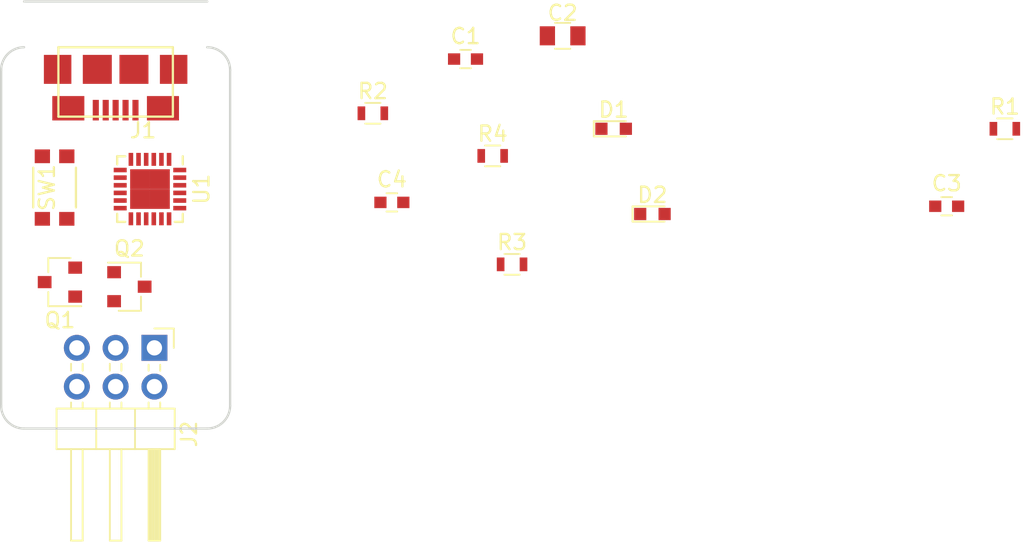
<source format=kicad_pcb>
(kicad_pcb (version 4) (host pcbnew 4.0.7)

  (general
    (links 45)
    (no_connects 45)
    (area 142.424999 74.924999 157.575001 100.075001)
    (thickness 1.6)
    (drawings 8)
    (tracks 0)
    (zones 0)
    (modules 16)
    (nets 31)
  )

  (page A4)
  (layers
    (0 F.Cu signal)
    (31 B.Cu signal)
    (32 B.Adhes user hide)
    (33 F.Adhes user hide)
    (34 B.Paste user hide)
    (35 F.Paste user hide)
    (36 B.SilkS user hide)
    (37 F.SilkS user)
    (38 B.Mask user hide)
    (39 F.Mask user hide)
    (40 Dwgs.User user hide)
    (41 Cmts.User user hide)
    (42 Eco1.User user hide)
    (43 Eco2.User user hide)
    (44 Edge.Cuts user)
    (45 Margin user hide)
    (46 B.CrtYd user hide)
    (47 F.CrtYd user hide)
    (48 B.Fab user hide)
    (49 F.Fab user hide)
  )

  (setup
    (last_trace_width 0.25)
    (trace_clearance 0.2)
    (zone_clearance 0.508)
    (zone_45_only no)
    (trace_min 0.2)
    (segment_width 0.2)
    (edge_width 0.15)
    (via_size 0.6)
    (via_drill 0.4)
    (via_min_size 0.4)
    (via_min_drill 0.3)
    (uvia_size 0.3)
    (uvia_drill 0.1)
    (uvias_allowed no)
    (uvia_min_size 0.2)
    (uvia_min_drill 0.1)
    (pcb_text_width 0.3)
    (pcb_text_size 1.5 1.5)
    (mod_edge_width 0.15)
    (mod_text_size 1 1)
    (mod_text_width 0.15)
    (pad_size 1.524 1.524)
    (pad_drill 0.762)
    (pad_to_mask_clearance 0.2)
    (aux_axis_origin 0 0)
    (grid_origin 150 100)
    (visible_elements 7FFFFFFF)
    (pcbplotparams
      (layerselection 0x00030_80000001)
      (usegerberextensions false)
      (excludeedgelayer true)
      (linewidth 0.100000)
      (plotframeref false)
      (viasonmask false)
      (mode 1)
      (useauxorigin false)
      (hpglpennumber 1)
      (hpglpenspeed 20)
      (hpglpendiameter 15)
      (hpglpenoverlay 2)
      (psnegative false)
      (psa4output false)
      (plotreference true)
      (plotvalue true)
      (plotinvisibletext false)
      (padsonsilk false)
      (subtractmaskfromsilk false)
      (outputformat 1)
      (mirror false)
      (drillshape 1)
      (scaleselection 1)
      (outputdirectory ""))
  )

  (net 0 "")
  (net 1 GND)
  (net 2 +3V3)
  (net 3 +5V)
  (net 4 "Net-(C4-Pad1)")
  (net 5 "Net-(D1-Pad2)")
  (net 6 "Net-(D1-Pad1)")
  (net 7 "Net-(D2-Pad2)")
  (net 8 "Net-(D2-Pad1)")
  (net 9 "Net-(J1-Pad2)")
  (net 10 "Net-(J1-Pad3)")
  (net 11 "Net-(J1-Pad4)")
  (net 12 "Net-(J1-Pad6)")
  (net 13 /TXD)
  (net 14 /RESET)
  (net 15 /RXD)
  (net 16 /GPIO0)
  (net 17 "Net-(Q1-Pad1)")
  (net 18 /DTR)
  (net 19 "Net-(Q2-Pad1)")
  (net 20 /RTS)
  (net 21 "Net-(U1-Pad1)")
  (net 22 "Net-(U1-Pad9)")
  (net 23 "Net-(U1-Pad10)")
  (net 24 "Net-(U1-Pad11)")
  (net 25 "Net-(U1-Pad12)")
  (net 26 "Net-(U1-Pad15)")
  (net 27 "Net-(U1-Pad17)")
  (net 28 "Net-(U1-Pad18)")
  (net 29 "Net-(U1-Pad22)")
  (net 30 "Net-(U1-Pad24)")

  (net_class Default "This is the default net class."
    (clearance 0.2)
    (trace_width 0.25)
    (via_dia 0.6)
    (via_drill 0.4)
    (uvia_dia 0.3)
    (uvia_drill 0.1)
    (add_net +3V3)
    (add_net +5V)
    (add_net /DTR)
    (add_net /GPIO0)
    (add_net /RESET)
    (add_net /RTS)
    (add_net /RXD)
    (add_net /TXD)
    (add_net GND)
    (add_net "Net-(C4-Pad1)")
    (add_net "Net-(D1-Pad1)")
    (add_net "Net-(D1-Pad2)")
    (add_net "Net-(D2-Pad1)")
    (add_net "Net-(D2-Pad2)")
    (add_net "Net-(J1-Pad2)")
    (add_net "Net-(J1-Pad3)")
    (add_net "Net-(J1-Pad4)")
    (add_net "Net-(J1-Pad6)")
    (add_net "Net-(Q1-Pad1)")
    (add_net "Net-(Q2-Pad1)")
    (add_net "Net-(U1-Pad1)")
    (add_net "Net-(U1-Pad10)")
    (add_net "Net-(U1-Pad11)")
    (add_net "Net-(U1-Pad12)")
    (add_net "Net-(U1-Pad15)")
    (add_net "Net-(U1-Pad17)")
    (add_net "Net-(U1-Pad18)")
    (add_net "Net-(U1-Pad22)")
    (add_net "Net-(U1-Pad24)")
    (add_net "Net-(U1-Pad9)")
  )

  (module Capacitors_SMD:C_0603 (layer F.Cu) (tedit 59958EE7) (tstamp 5A47F823)
    (at 172.922 75.774)
    (descr "Capacitor SMD 0603, reflow soldering, AVX (see smccp.pdf)")
    (tags "capacitor 0603")
    (path /5A471441)
    (attr smd)
    (fp_text reference C1 (at 0 -1.5) (layer F.SilkS)
      (effects (font (size 1 1) (thickness 0.15)))
    )
    (fp_text value 1u (at 0 1.5) (layer F.Fab)
      (effects (font (size 1 1) (thickness 0.15)))
    )
    (fp_line (start 1.4 0.65) (end -1.4 0.65) (layer F.CrtYd) (width 0.05))
    (fp_line (start 1.4 0.65) (end 1.4 -0.65) (layer F.CrtYd) (width 0.05))
    (fp_line (start -1.4 -0.65) (end -1.4 0.65) (layer F.CrtYd) (width 0.05))
    (fp_line (start -1.4 -0.65) (end 1.4 -0.65) (layer F.CrtYd) (width 0.05))
    (fp_line (start 0.35 0.6) (end -0.35 0.6) (layer F.SilkS) (width 0.12))
    (fp_line (start -0.35 -0.6) (end 0.35 -0.6) (layer F.SilkS) (width 0.12))
    (fp_line (start -0.8 -0.4) (end 0.8 -0.4) (layer F.Fab) (width 0.1))
    (fp_line (start 0.8 -0.4) (end 0.8 0.4) (layer F.Fab) (width 0.1))
    (fp_line (start 0.8 0.4) (end -0.8 0.4) (layer F.Fab) (width 0.1))
    (fp_line (start -0.8 0.4) (end -0.8 -0.4) (layer F.Fab) (width 0.1))
    (fp_text user %R (at 0 0) (layer F.Fab)
      (effects (font (size 0.3 0.3) (thickness 0.075)))
    )
    (pad 2 smd rect (at 0.75 0) (size 0.8 0.75) (layers F.Cu F.Paste F.Mask)
      (net 1 GND))
    (pad 1 smd rect (at -0.75 0) (size 0.8 0.75) (layers F.Cu F.Paste F.Mask)
      (net 2 +3V3))
    (model Capacitors_SMD.3dshapes/C_0603.wrl
      (at (xyz 0 0 0))
      (scale (xyz 1 1 1))
      (rotate (xyz 0 0 0))
    )
  )

  (module Capacitors_SMD:C_0805 (layer F.Cu) (tedit 58AA8463) (tstamp 5A47F829)
    (at 179.284 74.25)
    (descr "Capacitor SMD 0805, reflow soldering, AVX (see smccp.pdf)")
    (tags "capacitor 0805")
    (path /5A475B80)
    (attr smd)
    (fp_text reference C2 (at 0 -1.5) (layer F.SilkS)
      (effects (font (size 1 1) (thickness 0.15)))
    )
    (fp_text value 10u (at 0 1.75) (layer F.Fab)
      (effects (font (size 1 1) (thickness 0.15)))
    )
    (fp_text user %R (at 0 -1.5) (layer F.Fab)
      (effects (font (size 1 1) (thickness 0.15)))
    )
    (fp_line (start -1 0.62) (end -1 -0.62) (layer F.Fab) (width 0.1))
    (fp_line (start 1 0.62) (end -1 0.62) (layer F.Fab) (width 0.1))
    (fp_line (start 1 -0.62) (end 1 0.62) (layer F.Fab) (width 0.1))
    (fp_line (start -1 -0.62) (end 1 -0.62) (layer F.Fab) (width 0.1))
    (fp_line (start 0.5 -0.85) (end -0.5 -0.85) (layer F.SilkS) (width 0.12))
    (fp_line (start -0.5 0.85) (end 0.5 0.85) (layer F.SilkS) (width 0.12))
    (fp_line (start -1.75 -0.88) (end 1.75 -0.88) (layer F.CrtYd) (width 0.05))
    (fp_line (start -1.75 -0.88) (end -1.75 0.87) (layer F.CrtYd) (width 0.05))
    (fp_line (start 1.75 0.87) (end 1.75 -0.88) (layer F.CrtYd) (width 0.05))
    (fp_line (start 1.75 0.87) (end -1.75 0.87) (layer F.CrtYd) (width 0.05))
    (pad 1 smd rect (at -1 0) (size 1 1.25) (layers F.Cu F.Paste F.Mask)
      (net 2 +3V3))
    (pad 2 smd rect (at 1 0) (size 1 1.25) (layers F.Cu F.Paste F.Mask)
      (net 1 GND))
    (model Capacitors_SMD.3dshapes/C_0805.wrl
      (at (xyz 0 0 0))
      (scale (xyz 1 1 1))
      (rotate (xyz 0 0 0))
    )
  )

  (module Capacitors_SMD:C_0603 (layer F.Cu) (tedit 59958EE7) (tstamp 5A47F82F)
    (at 204.442 85.426)
    (descr "Capacitor SMD 0603, reflow soldering, AVX (see smccp.pdf)")
    (tags "capacitor 0603")
    (path /5A4714B2)
    (attr smd)
    (fp_text reference C3 (at 0 -1.5) (layer F.SilkS)
      (effects (font (size 1 1) (thickness 0.15)))
    )
    (fp_text value 1u (at 0 1.5) (layer F.Fab)
      (effects (font (size 1 1) (thickness 0.15)))
    )
    (fp_line (start 1.4 0.65) (end -1.4 0.65) (layer F.CrtYd) (width 0.05))
    (fp_line (start 1.4 0.65) (end 1.4 -0.65) (layer F.CrtYd) (width 0.05))
    (fp_line (start -1.4 -0.65) (end -1.4 0.65) (layer F.CrtYd) (width 0.05))
    (fp_line (start -1.4 -0.65) (end 1.4 -0.65) (layer F.CrtYd) (width 0.05))
    (fp_line (start 0.35 0.6) (end -0.35 0.6) (layer F.SilkS) (width 0.12))
    (fp_line (start -0.35 -0.6) (end 0.35 -0.6) (layer F.SilkS) (width 0.12))
    (fp_line (start -0.8 -0.4) (end 0.8 -0.4) (layer F.Fab) (width 0.1))
    (fp_line (start 0.8 -0.4) (end 0.8 0.4) (layer F.Fab) (width 0.1))
    (fp_line (start 0.8 0.4) (end -0.8 0.4) (layer F.Fab) (width 0.1))
    (fp_line (start -0.8 0.4) (end -0.8 -0.4) (layer F.Fab) (width 0.1))
    (fp_text user %R (at 0 0) (layer F.Fab)
      (effects (font (size 0.3 0.3) (thickness 0.075)))
    )
    (pad 2 smd rect (at 0.75 0) (size 0.8 0.75) (layers F.Cu F.Paste F.Mask)
      (net 1 GND))
    (pad 1 smd rect (at -0.75 0) (size 0.8 0.75) (layers F.Cu F.Paste F.Mask)
      (net 3 +5V))
    (model Capacitors_SMD.3dshapes/C_0603.wrl
      (at (xyz 0 0 0))
      (scale (xyz 1 1 1))
      (rotate (xyz 0 0 0))
    )
  )

  (module Capacitors_SMD:C_0603 (layer F.Cu) (tedit 59958EE7) (tstamp 5A47F835)
    (at 168.096 85.172)
    (descr "Capacitor SMD 0603, reflow soldering, AVX (see smccp.pdf)")
    (tags "capacitor 0603")
    (path /5A47628A)
    (attr smd)
    (fp_text reference C4 (at 0 -1.5) (layer F.SilkS)
      (effects (font (size 1 1) (thickness 0.15)))
    )
    (fp_text value 4.7u (at 0 1.5) (layer F.Fab)
      (effects (font (size 1 1) (thickness 0.15)))
    )
    (fp_line (start 1.4 0.65) (end -1.4 0.65) (layer F.CrtYd) (width 0.05))
    (fp_line (start 1.4 0.65) (end 1.4 -0.65) (layer F.CrtYd) (width 0.05))
    (fp_line (start -1.4 -0.65) (end -1.4 0.65) (layer F.CrtYd) (width 0.05))
    (fp_line (start -1.4 -0.65) (end 1.4 -0.65) (layer F.CrtYd) (width 0.05))
    (fp_line (start 0.35 0.6) (end -0.35 0.6) (layer F.SilkS) (width 0.12))
    (fp_line (start -0.35 -0.6) (end 0.35 -0.6) (layer F.SilkS) (width 0.12))
    (fp_line (start -0.8 -0.4) (end 0.8 -0.4) (layer F.Fab) (width 0.1))
    (fp_line (start 0.8 -0.4) (end 0.8 0.4) (layer F.Fab) (width 0.1))
    (fp_line (start 0.8 0.4) (end -0.8 0.4) (layer F.Fab) (width 0.1))
    (fp_line (start -0.8 0.4) (end -0.8 -0.4) (layer F.Fab) (width 0.1))
    (fp_text user %R (at 0 0) (layer F.Fab)
      (effects (font (size 0.3 0.3) (thickness 0.075)))
    )
    (pad 2 smd rect (at 0.75 0) (size 0.8 0.75) (layers F.Cu F.Paste F.Mask)
      (net 1 GND))
    (pad 1 smd rect (at -0.75 0) (size 0.8 0.75) (layers F.Cu F.Paste F.Mask)
      (net 4 "Net-(C4-Pad1)"))
    (model Capacitors_SMD.3dshapes/C_0603.wrl
      (at (xyz 0 0 0))
      (scale (xyz 1 1 1))
      (rotate (xyz 0 0 0))
    )
  )

  (module LEDs:LED_0603 (layer F.Cu) (tedit 57FE93A5) (tstamp 5A47F83B)
    (at 182.624 80.346)
    (descr "LED 0603 smd package")
    (tags "LED led 0603 SMD smd SMT smt smdled SMDLED smtled SMTLED")
    (path /5A473E38)
    (attr smd)
    (fp_text reference D1 (at 0 -1.25) (layer F.SilkS)
      (effects (font (size 1 1) (thickness 0.15)))
    )
    (fp_text value RED (at 0 1.35) (layer F.Fab)
      (effects (font (size 1 1) (thickness 0.15)))
    )
    (fp_line (start -1.3 -0.5) (end -1.3 0.5) (layer F.SilkS) (width 0.12))
    (fp_line (start -0.2 -0.2) (end -0.2 0.2) (layer F.Fab) (width 0.1))
    (fp_line (start -0.15 0) (end 0.15 -0.2) (layer F.Fab) (width 0.1))
    (fp_line (start 0.15 0.2) (end -0.15 0) (layer F.Fab) (width 0.1))
    (fp_line (start 0.15 -0.2) (end 0.15 0.2) (layer F.Fab) (width 0.1))
    (fp_line (start 0.8 0.4) (end -0.8 0.4) (layer F.Fab) (width 0.1))
    (fp_line (start 0.8 -0.4) (end 0.8 0.4) (layer F.Fab) (width 0.1))
    (fp_line (start -0.8 -0.4) (end 0.8 -0.4) (layer F.Fab) (width 0.1))
    (fp_line (start -0.8 0.4) (end -0.8 -0.4) (layer F.Fab) (width 0.1))
    (fp_line (start -1.3 0.5) (end 0.8 0.5) (layer F.SilkS) (width 0.12))
    (fp_line (start -1.3 -0.5) (end 0.8 -0.5) (layer F.SilkS) (width 0.12))
    (fp_line (start 1.45 -0.65) (end 1.45 0.65) (layer F.CrtYd) (width 0.05))
    (fp_line (start 1.45 0.65) (end -1.45 0.65) (layer F.CrtYd) (width 0.05))
    (fp_line (start -1.45 0.65) (end -1.45 -0.65) (layer F.CrtYd) (width 0.05))
    (fp_line (start -1.45 -0.65) (end 1.45 -0.65) (layer F.CrtYd) (width 0.05))
    (pad 2 smd rect (at 0.8 0 180) (size 0.8 0.8) (layers F.Cu F.Paste F.Mask)
      (net 5 "Net-(D1-Pad2)"))
    (pad 1 smd rect (at -0.8 0 180) (size 0.8 0.8) (layers F.Cu F.Paste F.Mask)
      (net 6 "Net-(D1-Pad1)"))
    (model ${KISYS3DMOD}/LEDs.3dshapes/LED_0603.wrl
      (at (xyz 0 0 0))
      (scale (xyz 1 1 1))
      (rotate (xyz 0 0 180))
    )
  )

  (module LEDs:LED_0603 (layer F.Cu) (tedit 57FE93A5) (tstamp 5A47F841)
    (at 185.164 85.934)
    (descr "LED 0603 smd package")
    (tags "LED led 0603 SMD smd SMT smt smdled SMDLED smtled SMTLED")
    (path /5A473ED5)
    (attr smd)
    (fp_text reference D2 (at 0 -1.25) (layer F.SilkS)
      (effects (font (size 1 1) (thickness 0.15)))
    )
    (fp_text value GRN (at 0 1.35) (layer F.Fab)
      (effects (font (size 1 1) (thickness 0.15)))
    )
    (fp_line (start -1.3 -0.5) (end -1.3 0.5) (layer F.SilkS) (width 0.12))
    (fp_line (start -0.2 -0.2) (end -0.2 0.2) (layer F.Fab) (width 0.1))
    (fp_line (start -0.15 0) (end 0.15 -0.2) (layer F.Fab) (width 0.1))
    (fp_line (start 0.15 0.2) (end -0.15 0) (layer F.Fab) (width 0.1))
    (fp_line (start 0.15 -0.2) (end 0.15 0.2) (layer F.Fab) (width 0.1))
    (fp_line (start 0.8 0.4) (end -0.8 0.4) (layer F.Fab) (width 0.1))
    (fp_line (start 0.8 -0.4) (end 0.8 0.4) (layer F.Fab) (width 0.1))
    (fp_line (start -0.8 -0.4) (end 0.8 -0.4) (layer F.Fab) (width 0.1))
    (fp_line (start -0.8 0.4) (end -0.8 -0.4) (layer F.Fab) (width 0.1))
    (fp_line (start -1.3 0.5) (end 0.8 0.5) (layer F.SilkS) (width 0.12))
    (fp_line (start -1.3 -0.5) (end 0.8 -0.5) (layer F.SilkS) (width 0.12))
    (fp_line (start 1.45 -0.65) (end 1.45 0.65) (layer F.CrtYd) (width 0.05))
    (fp_line (start 1.45 0.65) (end -1.45 0.65) (layer F.CrtYd) (width 0.05))
    (fp_line (start -1.45 0.65) (end -1.45 -0.65) (layer F.CrtYd) (width 0.05))
    (fp_line (start -1.45 -0.65) (end 1.45 -0.65) (layer F.CrtYd) (width 0.05))
    (pad 2 smd rect (at 0.8 0 180) (size 0.8 0.8) (layers F.Cu F.Paste F.Mask)
      (net 7 "Net-(D2-Pad2)"))
    (pad 1 smd rect (at -0.8 0 180) (size 0.8 0.8) (layers F.Cu F.Paste F.Mask)
      (net 8 "Net-(D2-Pad1)"))
    (model ${KISYS3DMOD}/LEDs.3dshapes/LED_0603.wrl
      (at (xyz 0 0 0))
      (scale (xyz 1 1 1))
      (rotate (xyz 0 0 180))
    )
  )

  (module footprint:10118192 (layer F.Cu) (tedit 58BAE647) (tstamp 5A47F854)
    (at 150 75 180)
    (path /5A4710DF)
    (fp_text reference J1 (at -1.8 -5.45 180) (layer F.SilkS)
      (effects (font (size 1 1) (thickness 0.15)))
    )
    (fp_text value USB_OTG (at 0 -1.95 180) (layer F.Fab) hide
      (effects (font (size 1 1) (thickness 0.15)))
    )
    (fp_line (start -3.75 0) (end -3.75 -4.55) (layer F.SilkS) (width 0.15))
    (fp_line (start 3.75 -4.55) (end 3.75 0) (layer F.SilkS) (width 0.15))
    (fp_line (start -3.75 0) (end 3.75 0) (layer F.SilkS) (width 0.15))
    (fp_line (start 3.75 -4.55) (end -3.75 -4.55) (layer F.SilkS) (width 0.15))
    (pad 1 smd rect (at -1.3 -4.125 180) (size 0.4 1.35) (layers F.Cu F.Paste F.Mask)
      (net 3 +5V))
    (pad 2 smd rect (at -0.65 -4.125 180) (size 0.4 1.35) (layers F.Cu F.Paste F.Mask)
      (net 9 "Net-(J1-Pad2)"))
    (pad 3 smd rect (at 0 -4.125 180) (size 0.4 1.35) (layers F.Cu F.Paste F.Mask)
      (net 10 "Net-(J1-Pad3)"))
    (pad 4 smd rect (at 0.65 -4.125 180) (size 0.4 1.35) (layers F.Cu F.Paste F.Mask)
      (net 11 "Net-(J1-Pad4)"))
    (pad 5 smd rect (at 1.3 -4.125 180) (size 0.4 1.35) (layers F.Cu F.Paste F.Mask)
      (net 1 GND))
    (pad 6 smd rect (at -3.1 -4 180) (size 2.1 1.6) (layers F.Cu F.Paste F.Mask)
      (net 12 "Net-(J1-Pad6)"))
    (pad 6 smd rect (at 3.1 -4 180) (size 2.1 1.6) (layers F.Cu F.Paste F.Mask)
      (net 12 "Net-(J1-Pad6)"))
    (pad 6 smd rect (at -3.8 -1.45 180) (size 1.8 1.9) (layers F.Cu F.Paste F.Mask)
      (net 12 "Net-(J1-Pad6)"))
    (pad 6 smd rect (at 3.8 -1.45 180) (size 1.8 1.9) (layers F.Cu F.Paste F.Mask)
      (net 12 "Net-(J1-Pad6)"))
    (pad 6 smd rect (at -1.2 -1.45 180) (size 1.9 1.9) (layers F.Cu F.Paste F.Mask)
      (net 12 "Net-(J1-Pad6)"))
    (pad 6 smd rect (at 1.2 -1.45 180) (size 1.9 1.9) (layers F.Cu F.Paste F.Mask)
      (net 12 "Net-(J1-Pad6)"))
  )

  (module Pin_Headers:Pin_Header_Angled_2x03_Pitch2.54mm (layer F.Cu) (tedit 59650532) (tstamp 5A47F89D)
    (at 152.54 94.71 270)
    (descr "Through hole angled pin header, 2x03, 2.54mm pitch, 6mm pin length, double rows")
    (tags "Through hole angled pin header THT 2x03 2.54mm double row")
    (path /5A47BEAC)
    (fp_text reference J2 (at 5.655 -2.27 270) (layer F.SilkS)
      (effects (font (size 1 1) (thickness 0.15)))
    )
    (fp_text value Conn_02x03_Odd_Even (at 5.655 7.35 270) (layer F.Fab)
      (effects (font (size 1 1) (thickness 0.15)))
    )
    (fp_line (start 4.675 -1.27) (end 6.58 -1.27) (layer F.Fab) (width 0.1))
    (fp_line (start 6.58 -1.27) (end 6.58 6.35) (layer F.Fab) (width 0.1))
    (fp_line (start 6.58 6.35) (end 4.04 6.35) (layer F.Fab) (width 0.1))
    (fp_line (start 4.04 6.35) (end 4.04 -0.635) (layer F.Fab) (width 0.1))
    (fp_line (start 4.04 -0.635) (end 4.675 -1.27) (layer F.Fab) (width 0.1))
    (fp_line (start -0.32 -0.32) (end 4.04 -0.32) (layer F.Fab) (width 0.1))
    (fp_line (start -0.32 -0.32) (end -0.32 0.32) (layer F.Fab) (width 0.1))
    (fp_line (start -0.32 0.32) (end 4.04 0.32) (layer F.Fab) (width 0.1))
    (fp_line (start 6.58 -0.32) (end 12.58 -0.32) (layer F.Fab) (width 0.1))
    (fp_line (start 12.58 -0.32) (end 12.58 0.32) (layer F.Fab) (width 0.1))
    (fp_line (start 6.58 0.32) (end 12.58 0.32) (layer F.Fab) (width 0.1))
    (fp_line (start -0.32 2.22) (end 4.04 2.22) (layer F.Fab) (width 0.1))
    (fp_line (start -0.32 2.22) (end -0.32 2.86) (layer F.Fab) (width 0.1))
    (fp_line (start -0.32 2.86) (end 4.04 2.86) (layer F.Fab) (width 0.1))
    (fp_line (start 6.58 2.22) (end 12.58 2.22) (layer F.Fab) (width 0.1))
    (fp_line (start 12.58 2.22) (end 12.58 2.86) (layer F.Fab) (width 0.1))
    (fp_line (start 6.58 2.86) (end 12.58 2.86) (layer F.Fab) (width 0.1))
    (fp_line (start -0.32 4.76) (end 4.04 4.76) (layer F.Fab) (width 0.1))
    (fp_line (start -0.32 4.76) (end -0.32 5.4) (layer F.Fab) (width 0.1))
    (fp_line (start -0.32 5.4) (end 4.04 5.4) (layer F.Fab) (width 0.1))
    (fp_line (start 6.58 4.76) (end 12.58 4.76) (layer F.Fab) (width 0.1))
    (fp_line (start 12.58 4.76) (end 12.58 5.4) (layer F.Fab) (width 0.1))
    (fp_line (start 6.58 5.4) (end 12.58 5.4) (layer F.Fab) (width 0.1))
    (fp_line (start 3.98 -1.33) (end 3.98 6.41) (layer F.SilkS) (width 0.12))
    (fp_line (start 3.98 6.41) (end 6.64 6.41) (layer F.SilkS) (width 0.12))
    (fp_line (start 6.64 6.41) (end 6.64 -1.33) (layer F.SilkS) (width 0.12))
    (fp_line (start 6.64 -1.33) (end 3.98 -1.33) (layer F.SilkS) (width 0.12))
    (fp_line (start 6.64 -0.38) (end 12.64 -0.38) (layer F.SilkS) (width 0.12))
    (fp_line (start 12.64 -0.38) (end 12.64 0.38) (layer F.SilkS) (width 0.12))
    (fp_line (start 12.64 0.38) (end 6.64 0.38) (layer F.SilkS) (width 0.12))
    (fp_line (start 6.64 -0.32) (end 12.64 -0.32) (layer F.SilkS) (width 0.12))
    (fp_line (start 6.64 -0.2) (end 12.64 -0.2) (layer F.SilkS) (width 0.12))
    (fp_line (start 6.64 -0.08) (end 12.64 -0.08) (layer F.SilkS) (width 0.12))
    (fp_line (start 6.64 0.04) (end 12.64 0.04) (layer F.SilkS) (width 0.12))
    (fp_line (start 6.64 0.16) (end 12.64 0.16) (layer F.SilkS) (width 0.12))
    (fp_line (start 6.64 0.28) (end 12.64 0.28) (layer F.SilkS) (width 0.12))
    (fp_line (start 3.582929 -0.38) (end 3.98 -0.38) (layer F.SilkS) (width 0.12))
    (fp_line (start 3.582929 0.38) (end 3.98 0.38) (layer F.SilkS) (width 0.12))
    (fp_line (start 1.11 -0.38) (end 1.497071 -0.38) (layer F.SilkS) (width 0.12))
    (fp_line (start 1.11 0.38) (end 1.497071 0.38) (layer F.SilkS) (width 0.12))
    (fp_line (start 3.98 1.27) (end 6.64 1.27) (layer F.SilkS) (width 0.12))
    (fp_line (start 6.64 2.16) (end 12.64 2.16) (layer F.SilkS) (width 0.12))
    (fp_line (start 12.64 2.16) (end 12.64 2.92) (layer F.SilkS) (width 0.12))
    (fp_line (start 12.64 2.92) (end 6.64 2.92) (layer F.SilkS) (width 0.12))
    (fp_line (start 3.582929 2.16) (end 3.98 2.16) (layer F.SilkS) (width 0.12))
    (fp_line (start 3.582929 2.92) (end 3.98 2.92) (layer F.SilkS) (width 0.12))
    (fp_line (start 1.042929 2.16) (end 1.497071 2.16) (layer F.SilkS) (width 0.12))
    (fp_line (start 1.042929 2.92) (end 1.497071 2.92) (layer F.SilkS) (width 0.12))
    (fp_line (start 3.98 3.81) (end 6.64 3.81) (layer F.SilkS) (width 0.12))
    (fp_line (start 6.64 4.7) (end 12.64 4.7) (layer F.SilkS) (width 0.12))
    (fp_line (start 12.64 4.7) (end 12.64 5.46) (layer F.SilkS) (width 0.12))
    (fp_line (start 12.64 5.46) (end 6.64 5.46) (layer F.SilkS) (width 0.12))
    (fp_line (start 3.582929 4.7) (end 3.98 4.7) (layer F.SilkS) (width 0.12))
    (fp_line (start 3.582929 5.46) (end 3.98 5.46) (layer F.SilkS) (width 0.12))
    (fp_line (start 1.042929 4.7) (end 1.497071 4.7) (layer F.SilkS) (width 0.12))
    (fp_line (start 1.042929 5.46) (end 1.497071 5.46) (layer F.SilkS) (width 0.12))
    (fp_line (start -1.27 0) (end -1.27 -1.27) (layer F.SilkS) (width 0.12))
    (fp_line (start -1.27 -1.27) (end 0 -1.27) (layer F.SilkS) (width 0.12))
    (fp_line (start -1.8 -1.8) (end -1.8 6.85) (layer F.CrtYd) (width 0.05))
    (fp_line (start -1.8 6.85) (end 13.1 6.85) (layer F.CrtYd) (width 0.05))
    (fp_line (start 13.1 6.85) (end 13.1 -1.8) (layer F.CrtYd) (width 0.05))
    (fp_line (start 13.1 -1.8) (end -1.8 -1.8) (layer F.CrtYd) (width 0.05))
    (fp_text user %R (at 5.31 2.54 360) (layer F.Fab)
      (effects (font (size 1 1) (thickness 0.15)))
    )
    (pad 1 thru_hole rect (at 0 0 270) (size 1.7 1.7) (drill 1) (layers *.Cu *.Mask)
      (net 3 +5V))
    (pad 2 thru_hole oval (at 2.54 0 270) (size 1.7 1.7) (drill 1) (layers *.Cu *.Mask)
      (net 13 /TXD))
    (pad 3 thru_hole oval (at 0 2.54 270) (size 1.7 1.7) (drill 1) (layers *.Cu *.Mask)
      (net 14 /RESET))
    (pad 4 thru_hole oval (at 2.54 2.54 270) (size 1.7 1.7) (drill 1) (layers *.Cu *.Mask)
      (net 15 /RXD))
    (pad 5 thru_hole oval (at 0 5.08 270) (size 1.7 1.7) (drill 1) (layers *.Cu *.Mask)
      (net 16 /GPIO0))
    (pad 6 thru_hole oval (at 2.54 5.08 270) (size 1.7 1.7) (drill 1) (layers *.Cu *.Mask)
      (net 1 GND))
    (model ${KISYS3DMOD}/Pin_Headers.3dshapes/Pin_Header_Angled_2x03_Pitch2.54mm.wrl
      (at (xyz 0 0 0))
      (scale (xyz 1 1 1))
      (rotate (xyz 0 0 0))
    )
  )

  (module TO_SOT_Packages_SMD:SOT-23 (layer F.Cu) (tedit 58CE4E7E) (tstamp 5A47F8A4)
    (at 146.35 90.4 180)
    (descr "SOT-23, Standard")
    (tags SOT-23)
    (path /5A470D8B)
    (attr smd)
    (fp_text reference Q1 (at 0 -2.5 180) (layer F.SilkS)
      (effects (font (size 1 1) (thickness 0.15)))
    )
    (fp_text value MMBT2222 (at 0 2.5 180) (layer F.Fab)
      (effects (font (size 1 1) (thickness 0.15)))
    )
    (fp_text user %R (at 0 0 270) (layer F.Fab)
      (effects (font (size 0.5 0.5) (thickness 0.075)))
    )
    (fp_line (start -0.7 -0.95) (end -0.7 1.5) (layer F.Fab) (width 0.1))
    (fp_line (start -0.15 -1.52) (end 0.7 -1.52) (layer F.Fab) (width 0.1))
    (fp_line (start -0.7 -0.95) (end -0.15 -1.52) (layer F.Fab) (width 0.1))
    (fp_line (start 0.7 -1.52) (end 0.7 1.52) (layer F.Fab) (width 0.1))
    (fp_line (start -0.7 1.52) (end 0.7 1.52) (layer F.Fab) (width 0.1))
    (fp_line (start 0.76 1.58) (end 0.76 0.65) (layer F.SilkS) (width 0.12))
    (fp_line (start 0.76 -1.58) (end 0.76 -0.65) (layer F.SilkS) (width 0.12))
    (fp_line (start -1.7 -1.75) (end 1.7 -1.75) (layer F.CrtYd) (width 0.05))
    (fp_line (start 1.7 -1.75) (end 1.7 1.75) (layer F.CrtYd) (width 0.05))
    (fp_line (start 1.7 1.75) (end -1.7 1.75) (layer F.CrtYd) (width 0.05))
    (fp_line (start -1.7 1.75) (end -1.7 -1.75) (layer F.CrtYd) (width 0.05))
    (fp_line (start 0.76 -1.58) (end -1.4 -1.58) (layer F.SilkS) (width 0.12))
    (fp_line (start 0.76 1.58) (end -0.7 1.58) (layer F.SilkS) (width 0.12))
    (pad 1 smd rect (at -1 -0.95 180) (size 0.9 0.8) (layers F.Cu F.Paste F.Mask)
      (net 17 "Net-(Q1-Pad1)"))
    (pad 2 smd rect (at -1 0.95 180) (size 0.9 0.8) (layers F.Cu F.Paste F.Mask)
      (net 18 /DTR))
    (pad 3 smd rect (at 1 0 180) (size 0.9 0.8) (layers F.Cu F.Paste F.Mask)
      (net 16 /GPIO0))
    (model ${KISYS3DMOD}/TO_SOT_Packages_SMD.3dshapes/SOT-23.wrl
      (at (xyz 0 0 0))
      (scale (xyz 1 1 1))
      (rotate (xyz 0 0 0))
    )
  )

  (module TO_SOT_Packages_SMD:SOT-23 (layer F.Cu) (tedit 58CE4E7E) (tstamp 5A47F8AB)
    (at 150.9 90.7)
    (descr "SOT-23, Standard")
    (tags SOT-23)
    (path /5A470DF2)
    (attr smd)
    (fp_text reference Q2 (at 0 -2.5) (layer F.SilkS)
      (effects (font (size 1 1) (thickness 0.15)))
    )
    (fp_text value MMBT2222 (at 0 2.5) (layer F.Fab)
      (effects (font (size 1 1) (thickness 0.15)))
    )
    (fp_text user %R (at 0 0 90) (layer F.Fab)
      (effects (font (size 0.5 0.5) (thickness 0.075)))
    )
    (fp_line (start -0.7 -0.95) (end -0.7 1.5) (layer F.Fab) (width 0.1))
    (fp_line (start -0.15 -1.52) (end 0.7 -1.52) (layer F.Fab) (width 0.1))
    (fp_line (start -0.7 -0.95) (end -0.15 -1.52) (layer F.Fab) (width 0.1))
    (fp_line (start 0.7 -1.52) (end 0.7 1.52) (layer F.Fab) (width 0.1))
    (fp_line (start -0.7 1.52) (end 0.7 1.52) (layer F.Fab) (width 0.1))
    (fp_line (start 0.76 1.58) (end 0.76 0.65) (layer F.SilkS) (width 0.12))
    (fp_line (start 0.76 -1.58) (end 0.76 -0.65) (layer F.SilkS) (width 0.12))
    (fp_line (start -1.7 -1.75) (end 1.7 -1.75) (layer F.CrtYd) (width 0.05))
    (fp_line (start 1.7 -1.75) (end 1.7 1.75) (layer F.CrtYd) (width 0.05))
    (fp_line (start 1.7 1.75) (end -1.7 1.75) (layer F.CrtYd) (width 0.05))
    (fp_line (start -1.7 1.75) (end -1.7 -1.75) (layer F.CrtYd) (width 0.05))
    (fp_line (start 0.76 -1.58) (end -1.4 -1.58) (layer F.SilkS) (width 0.12))
    (fp_line (start 0.76 1.58) (end -0.7 1.58) (layer F.SilkS) (width 0.12))
    (pad 1 smd rect (at -1 -0.95) (size 0.9 0.8) (layers F.Cu F.Paste F.Mask)
      (net 19 "Net-(Q2-Pad1)"))
    (pad 2 smd rect (at -1 0.95) (size 0.9 0.8) (layers F.Cu F.Paste F.Mask)
      (net 20 /RTS))
    (pad 3 smd rect (at 1 0) (size 0.9 0.8) (layers F.Cu F.Paste F.Mask)
      (net 14 /RESET))
    (model ${KISYS3DMOD}/TO_SOT_Packages_SMD.3dshapes/SOT-23.wrl
      (at (xyz 0 0 0))
      (scale (xyz 1 1 1))
      (rotate (xyz 0 0 0))
    )
  )

  (module Resistors_SMD:R_0603 (layer F.Cu) (tedit 58E0A804) (tstamp 5A47F8B1)
    (at 208.252 80.346)
    (descr "Resistor SMD 0603, reflow soldering, Vishay (see dcrcw.pdf)")
    (tags "resistor 0603")
    (path /5A470E7A)
    (attr smd)
    (fp_text reference R1 (at 0 -1.45) (layer F.SilkS)
      (effects (font (size 1 1) (thickness 0.15)))
    )
    (fp_text value 10k (at 0 1.5) (layer F.Fab)
      (effects (font (size 1 1) (thickness 0.15)))
    )
    (fp_text user %R (at 0 0) (layer F.Fab)
      (effects (font (size 0.4 0.4) (thickness 0.075)))
    )
    (fp_line (start -0.8 0.4) (end -0.8 -0.4) (layer F.Fab) (width 0.1))
    (fp_line (start 0.8 0.4) (end -0.8 0.4) (layer F.Fab) (width 0.1))
    (fp_line (start 0.8 -0.4) (end 0.8 0.4) (layer F.Fab) (width 0.1))
    (fp_line (start -0.8 -0.4) (end 0.8 -0.4) (layer F.Fab) (width 0.1))
    (fp_line (start 0.5 0.68) (end -0.5 0.68) (layer F.SilkS) (width 0.12))
    (fp_line (start -0.5 -0.68) (end 0.5 -0.68) (layer F.SilkS) (width 0.12))
    (fp_line (start -1.25 -0.7) (end 1.25 -0.7) (layer F.CrtYd) (width 0.05))
    (fp_line (start -1.25 -0.7) (end -1.25 0.7) (layer F.CrtYd) (width 0.05))
    (fp_line (start 1.25 0.7) (end 1.25 -0.7) (layer F.CrtYd) (width 0.05))
    (fp_line (start 1.25 0.7) (end -1.25 0.7) (layer F.CrtYd) (width 0.05))
    (pad 1 smd rect (at -0.75 0) (size 0.5 0.9) (layers F.Cu F.Paste F.Mask)
      (net 17 "Net-(Q1-Pad1)"))
    (pad 2 smd rect (at 0.75 0) (size 0.5 0.9) (layers F.Cu F.Paste F.Mask)
      (net 20 /RTS))
    (model ${KISYS3DMOD}/Resistors_SMD.3dshapes/R_0603.wrl
      (at (xyz 0 0 0))
      (scale (xyz 1 1 1))
      (rotate (xyz 0 0 0))
    )
  )

  (module Resistors_SMD:R_0603 (layer F.Cu) (tedit 58E0A804) (tstamp 5A47F8B7)
    (at 166.85 79.33)
    (descr "Resistor SMD 0603, reflow soldering, Vishay (see dcrcw.pdf)")
    (tags "resistor 0603")
    (path /5A470F04)
    (attr smd)
    (fp_text reference R2 (at 0 -1.45) (layer F.SilkS)
      (effects (font (size 1 1) (thickness 0.15)))
    )
    (fp_text value 10k (at 0 1.5) (layer F.Fab)
      (effects (font (size 1 1) (thickness 0.15)))
    )
    (fp_text user %R (at 0 0) (layer F.Fab)
      (effects (font (size 0.4 0.4) (thickness 0.075)))
    )
    (fp_line (start -0.8 0.4) (end -0.8 -0.4) (layer F.Fab) (width 0.1))
    (fp_line (start 0.8 0.4) (end -0.8 0.4) (layer F.Fab) (width 0.1))
    (fp_line (start 0.8 -0.4) (end 0.8 0.4) (layer F.Fab) (width 0.1))
    (fp_line (start -0.8 -0.4) (end 0.8 -0.4) (layer F.Fab) (width 0.1))
    (fp_line (start 0.5 0.68) (end -0.5 0.68) (layer F.SilkS) (width 0.12))
    (fp_line (start -0.5 -0.68) (end 0.5 -0.68) (layer F.SilkS) (width 0.12))
    (fp_line (start -1.25 -0.7) (end 1.25 -0.7) (layer F.CrtYd) (width 0.05))
    (fp_line (start -1.25 -0.7) (end -1.25 0.7) (layer F.CrtYd) (width 0.05))
    (fp_line (start 1.25 0.7) (end 1.25 -0.7) (layer F.CrtYd) (width 0.05))
    (fp_line (start 1.25 0.7) (end -1.25 0.7) (layer F.CrtYd) (width 0.05))
    (pad 1 smd rect (at -0.75 0) (size 0.5 0.9) (layers F.Cu F.Paste F.Mask)
      (net 19 "Net-(Q2-Pad1)"))
    (pad 2 smd rect (at 0.75 0) (size 0.5 0.9) (layers F.Cu F.Paste F.Mask)
      (net 18 /DTR))
    (model ${KISYS3DMOD}/Resistors_SMD.3dshapes/R_0603.wrl
      (at (xyz 0 0 0))
      (scale (xyz 1 1 1))
      (rotate (xyz 0 0 0))
    )
  )

  (module Resistors_SMD:R_0603 (layer F.Cu) (tedit 58E0A804) (tstamp 5A47F8BD)
    (at 175.97 89.236)
    (descr "Resistor SMD 0603, reflow soldering, Vishay (see dcrcw.pdf)")
    (tags "resistor 0603")
    (path /5A474238)
    (attr smd)
    (fp_text reference R3 (at 0 -1.45) (layer F.SilkS)
      (effects (font (size 1 1) (thickness 0.15)))
    )
    (fp_text value 1k (at 0 1.5) (layer F.Fab)
      (effects (font (size 1 1) (thickness 0.15)))
    )
    (fp_text user %R (at 0 0) (layer F.Fab)
      (effects (font (size 0.4 0.4) (thickness 0.075)))
    )
    (fp_line (start -0.8 0.4) (end -0.8 -0.4) (layer F.Fab) (width 0.1))
    (fp_line (start 0.8 0.4) (end -0.8 0.4) (layer F.Fab) (width 0.1))
    (fp_line (start 0.8 -0.4) (end 0.8 0.4) (layer F.Fab) (width 0.1))
    (fp_line (start -0.8 -0.4) (end 0.8 -0.4) (layer F.Fab) (width 0.1))
    (fp_line (start 0.5 0.68) (end -0.5 0.68) (layer F.SilkS) (width 0.12))
    (fp_line (start -0.5 -0.68) (end 0.5 -0.68) (layer F.SilkS) (width 0.12))
    (fp_line (start -1.25 -0.7) (end 1.25 -0.7) (layer F.CrtYd) (width 0.05))
    (fp_line (start -1.25 -0.7) (end -1.25 0.7) (layer F.CrtYd) (width 0.05))
    (fp_line (start 1.25 0.7) (end 1.25 -0.7) (layer F.CrtYd) (width 0.05))
    (fp_line (start 1.25 0.7) (end -1.25 0.7) (layer F.CrtYd) (width 0.05))
    (pad 1 smd rect (at -0.75 0) (size 0.5 0.9) (layers F.Cu F.Paste F.Mask)
      (net 2 +3V3))
    (pad 2 smd rect (at 0.75 0) (size 0.5 0.9) (layers F.Cu F.Paste F.Mask)
      (net 5 "Net-(D1-Pad2)"))
    (model ${KISYS3DMOD}/Resistors_SMD.3dshapes/R_0603.wrl
      (at (xyz 0 0 0))
      (scale (xyz 1 1 1))
      (rotate (xyz 0 0 0))
    )
  )

  (module Resistors_SMD:R_0603 (layer F.Cu) (tedit 58E0A804) (tstamp 5A47F8C3)
    (at 174.7 82.124)
    (descr "Resistor SMD 0603, reflow soldering, Vishay (see dcrcw.pdf)")
    (tags "resistor 0603")
    (path /5A475204)
    (attr smd)
    (fp_text reference R4 (at 0 -1.45) (layer F.SilkS)
      (effects (font (size 1 1) (thickness 0.15)))
    )
    (fp_text value 1k (at 0 1.5) (layer F.Fab)
      (effects (font (size 1 1) (thickness 0.15)))
    )
    (fp_text user %R (at 0 0) (layer F.Fab)
      (effects (font (size 0.4 0.4) (thickness 0.075)))
    )
    (fp_line (start -0.8 0.4) (end -0.8 -0.4) (layer F.Fab) (width 0.1))
    (fp_line (start 0.8 0.4) (end -0.8 0.4) (layer F.Fab) (width 0.1))
    (fp_line (start 0.8 -0.4) (end 0.8 0.4) (layer F.Fab) (width 0.1))
    (fp_line (start -0.8 -0.4) (end 0.8 -0.4) (layer F.Fab) (width 0.1))
    (fp_line (start 0.5 0.68) (end -0.5 0.68) (layer F.SilkS) (width 0.12))
    (fp_line (start -0.5 -0.68) (end 0.5 -0.68) (layer F.SilkS) (width 0.12))
    (fp_line (start -1.25 -0.7) (end 1.25 -0.7) (layer F.CrtYd) (width 0.05))
    (fp_line (start -1.25 -0.7) (end -1.25 0.7) (layer F.CrtYd) (width 0.05))
    (fp_line (start 1.25 0.7) (end 1.25 -0.7) (layer F.CrtYd) (width 0.05))
    (fp_line (start 1.25 0.7) (end -1.25 0.7) (layer F.CrtYd) (width 0.05))
    (pad 1 smd rect (at -0.75 0) (size 0.5 0.9) (layers F.Cu F.Paste F.Mask)
      (net 2 +3V3))
    (pad 2 smd rect (at 0.75 0) (size 0.5 0.9) (layers F.Cu F.Paste F.Mask)
      (net 7 "Net-(D2-Pad2)"))
    (model ${KISYS3DMOD}/Resistors_SMD.3dshapes/R_0603.wrl
      (at (xyz 0 0 0))
      (scale (xyz 1 1 1))
      (rotate (xyz 0 0 0))
    )
  )

  (module footprint:KMR7 (layer F.Cu) (tedit 58BAEA85) (tstamp 5A47F8CD)
    (at 146 84.2 270)
    (path /5A47DA0C)
    (fp_text reference SW1 (at 0 0.5 270) (layer F.SilkS)
      (effects (font (size 1 1) (thickness 0.15)))
    )
    (fp_text value SW_Push (at 0 -0.5 270) (layer F.Fab)
      (effects (font (size 1 1) (thickness 0.15)))
    )
    (fp_line (start -1.3 1.4) (end 1.3 1.4) (layer F.SilkS) (width 0.15))
    (fp_line (start -1.3 -1.4) (end 1.3 -1.4) (layer F.SilkS) (width 0.15))
    (pad 1 smd rect (at -2.05 -0.8 270) (size 0.9 1) (layers F.Cu F.Paste F.Mask)
      (net 14 /RESET))
    (pad 1 smd rect (at 2.05 -0.8 270) (size 0.9 1) (layers F.Cu F.Paste F.Mask)
      (net 14 /RESET))
    (pad 2 smd rect (at -2.05 0.8 270) (size 0.9 1) (layers F.Cu F.Paste F.Mask)
      (net 1 GND))
    (pad 2 smd rect (at 2.05 0.8 270) (size 0.9 1) (layers F.Cu F.Paste F.Mask)
      (net 1 GND))
  )

  (module Housings_DFN_QFN:QFN-24-1EP_4x4mm_Pitch0.5mm (layer F.Cu) (tedit 54130A77) (tstamp 5A47F8ED)
    (at 152.25 84.3 270)
    (descr "24-Lead Plastic Quad Flat, No Lead Package (MJ) - 4x4x0.9 mm Body [QFN]; (see Microchip Packaging Specification 00000049BS.pdf)")
    (tags "QFN 0.5")
    (path /5A47102B)
    (attr smd)
    (fp_text reference U1 (at 0 -3.375 270) (layer F.SilkS)
      (effects (font (size 1 1) (thickness 0.15)))
    )
    (fp_text value CP2104 (at 0 3.375 270) (layer F.Fab)
      (effects (font (size 1 1) (thickness 0.15)))
    )
    (fp_line (start -1 -2) (end 2 -2) (layer F.Fab) (width 0.15))
    (fp_line (start 2 -2) (end 2 2) (layer F.Fab) (width 0.15))
    (fp_line (start 2 2) (end -2 2) (layer F.Fab) (width 0.15))
    (fp_line (start -2 2) (end -2 -1) (layer F.Fab) (width 0.15))
    (fp_line (start -2 -1) (end -1 -2) (layer F.Fab) (width 0.15))
    (fp_line (start -2.65 -2.65) (end -2.65 2.65) (layer F.CrtYd) (width 0.05))
    (fp_line (start 2.65 -2.65) (end 2.65 2.65) (layer F.CrtYd) (width 0.05))
    (fp_line (start -2.65 -2.65) (end 2.65 -2.65) (layer F.CrtYd) (width 0.05))
    (fp_line (start -2.65 2.65) (end 2.65 2.65) (layer F.CrtYd) (width 0.05))
    (fp_line (start 2.15 -2.15) (end 2.15 -1.625) (layer F.SilkS) (width 0.15))
    (fp_line (start -2.15 2.15) (end -2.15 1.625) (layer F.SilkS) (width 0.15))
    (fp_line (start 2.15 2.15) (end 2.15 1.625) (layer F.SilkS) (width 0.15))
    (fp_line (start -2.15 -2.15) (end -1.625 -2.15) (layer F.SilkS) (width 0.15))
    (fp_line (start -2.15 2.15) (end -1.625 2.15) (layer F.SilkS) (width 0.15))
    (fp_line (start 2.15 2.15) (end 1.625 2.15) (layer F.SilkS) (width 0.15))
    (fp_line (start 2.15 -2.15) (end 1.625 -2.15) (layer F.SilkS) (width 0.15))
    (pad 1 smd rect (at -1.95 -1.25 270) (size 0.85 0.3) (layers F.Cu F.Paste F.Mask)
      (net 21 "Net-(U1-Pad1)"))
    (pad 2 smd rect (at -1.95 -0.75 270) (size 0.85 0.3) (layers F.Cu F.Paste F.Mask)
      (net 1 GND))
    (pad 3 smd rect (at -1.95 -0.25 270) (size 0.85 0.3) (layers F.Cu F.Paste F.Mask)
      (net 10 "Net-(J1-Pad3)"))
    (pad 4 smd rect (at -1.95 0.25 270) (size 0.85 0.3) (layers F.Cu F.Paste F.Mask)
      (net 9 "Net-(J1-Pad2)"))
    (pad 5 smd rect (at -1.95 0.75 270) (size 0.85 0.3) (layers F.Cu F.Paste F.Mask)
      (net 2 +3V3))
    (pad 6 smd rect (at -1.95 1.25 270) (size 0.85 0.3) (layers F.Cu F.Paste F.Mask)
      (net 2 +3V3))
    (pad 7 smd rect (at -1.25 1.95) (size 0.85 0.3) (layers F.Cu F.Paste F.Mask)
      (net 3 +5V))
    (pad 8 smd rect (at -0.75 1.95) (size 0.85 0.3) (layers F.Cu F.Paste F.Mask)
      (net 3 +5V))
    (pad 9 smd rect (at -0.25 1.95) (size 0.85 0.3) (layers F.Cu F.Paste F.Mask)
      (net 22 "Net-(U1-Pad9)"))
    (pad 10 smd rect (at 0.25 1.95) (size 0.85 0.3) (layers F.Cu F.Paste F.Mask)
      (net 23 "Net-(U1-Pad10)"))
    (pad 11 smd rect (at 0.75 1.95) (size 0.85 0.3) (layers F.Cu F.Paste F.Mask)
      (net 24 "Net-(U1-Pad11)"))
    (pad 12 smd rect (at 1.25 1.95) (size 0.85 0.3) (layers F.Cu F.Paste F.Mask)
      (net 25 "Net-(U1-Pad12)"))
    (pad 13 smd rect (at 1.95 1.25 270) (size 0.85 0.3) (layers F.Cu F.Paste F.Mask)
      (net 8 "Net-(D2-Pad1)"))
    (pad 14 smd rect (at 1.95 0.75 270) (size 0.85 0.3) (layers F.Cu F.Paste F.Mask)
      (net 6 "Net-(D1-Pad1)"))
    (pad 15 smd rect (at 1.95 0.25 270) (size 0.85 0.3) (layers F.Cu F.Paste F.Mask)
      (net 26 "Net-(U1-Pad15)"))
    (pad 16 smd rect (at 1.95 -0.25 270) (size 0.85 0.3) (layers F.Cu F.Paste F.Mask)
      (net 4 "Net-(C4-Pad1)"))
    (pad 17 smd rect (at 1.95 -0.75 270) (size 0.85 0.3) (layers F.Cu F.Paste F.Mask)
      (net 27 "Net-(U1-Pad17)"))
    (pad 18 smd rect (at 1.95 -1.25 270) (size 0.85 0.3) (layers F.Cu F.Paste F.Mask)
      (net 28 "Net-(U1-Pad18)"))
    (pad 19 smd rect (at 1.25 -1.95) (size 0.85 0.3) (layers F.Cu F.Paste F.Mask)
      (net 20 /RTS))
    (pad 20 smd rect (at 0.75 -1.95) (size 0.85 0.3) (layers F.Cu F.Paste F.Mask)
      (net 15 /RXD))
    (pad 21 smd rect (at 0.25 -1.95) (size 0.85 0.3) (layers F.Cu F.Paste F.Mask)
      (net 13 /TXD))
    (pad 22 smd rect (at -0.25 -1.95) (size 0.85 0.3) (layers F.Cu F.Paste F.Mask)
      (net 29 "Net-(U1-Pad22)"))
    (pad 23 smd rect (at -0.75 -1.95) (size 0.85 0.3) (layers F.Cu F.Paste F.Mask)
      (net 18 /DTR))
    (pad 24 smd rect (at -1.25 -1.95) (size 0.85 0.3) (layers F.Cu F.Paste F.Mask)
      (net 30 "Net-(U1-Pad24)"))
    (pad 25 smd rect (at 0.65 0.65 270) (size 1.3 1.3) (layers F.Cu F.Paste F.Mask)
      (net 1 GND) (solder_paste_margin_ratio -0.2))
    (pad 25 smd rect (at 0.65 -0.65 270) (size 1.3 1.3) (layers F.Cu F.Paste F.Mask)
      (net 1 GND) (solder_paste_margin_ratio -0.2))
    (pad 25 smd rect (at -0.65 0.65 270) (size 1.3 1.3) (layers F.Cu F.Paste F.Mask)
      (net 1 GND) (solder_paste_margin_ratio -0.2))
    (pad 25 smd rect (at -0.65 -0.65 270) (size 1.3 1.3) (layers F.Cu F.Paste F.Mask)
      (net 1 GND) (solder_paste_margin_ratio -0.2))
    (model ${KISYS3DMOD}/Housings_DFN_QFN.3dshapes/QFN-24-1EP_4x4mm_Pitch0.5mm.wrl
      (at (xyz 0 0 0))
      (scale (xyz 1 1 1))
      (rotate (xyz 0 0 0))
    )
  )

  (gr_arc (start 156 76.5) (end 156 75) (angle 90) (layer Edge.Cuts) (width 0.15))
  (gr_arc (start 144 76.5) (end 142.5 76.5) (angle 90) (layer Edge.Cuts) (width 0.15))
  (gr_arc (start 156 98.5) (end 157.5 98.5) (angle 90) (layer Edge.Cuts) (width 0.15))
  (gr_arc (start 144 98.5) (end 144 100) (angle 90) (layer Edge.Cuts) (width 0.15))
  (gr_line (start 142.5 76.5) (end 142.5 98.5) (layer Edge.Cuts) (width 0.15))
  (gr_line (start 156 72) (end 144 72) (layer Edge.Cuts) (width 0.15))
  (gr_line (start 157.5 98.5) (end 157.5 76.5) (layer Edge.Cuts) (width 0.15))
  (gr_line (start 144 100) (end 156 100) (layer Edge.Cuts) (width 0.15))

)

</source>
